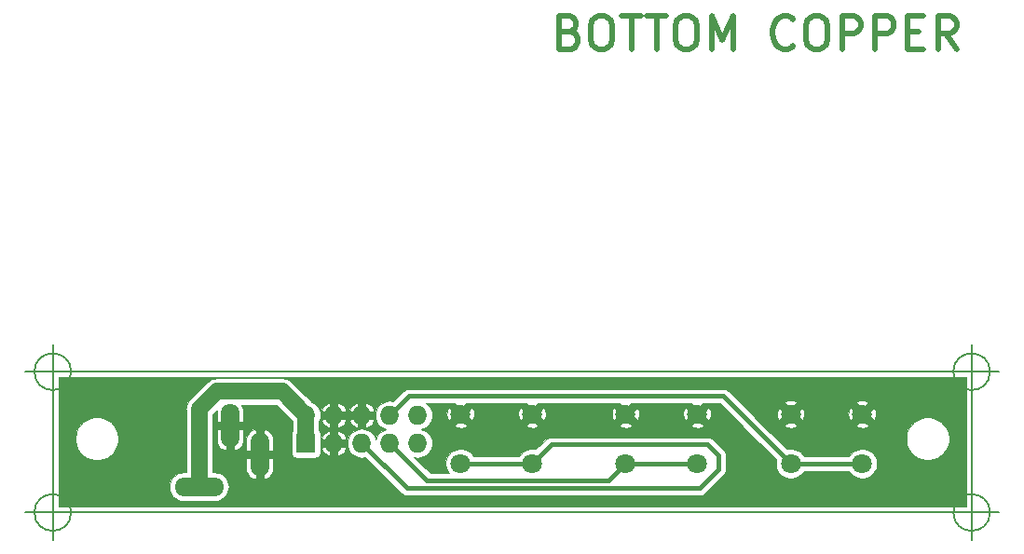
<source format=gbr>
G04 #@! TF.GenerationSoftware,KiCad,Pcbnew,(5.0.0)*
G04 #@! TF.CreationDate,2018-12-04T13:53:09-05:00*
G04 #@! TF.ProjectId,buttons_board,627574746F6E735F626F6172642E6B69,rev?*
G04 #@! TF.SameCoordinates,PX6c9f9e0PY6560260*
G04 #@! TF.FileFunction,Copper,L2,Bot,Signal*
G04 #@! TF.FilePolarity,Positive*
%FSLAX46Y46*%
G04 Gerber Fmt 4.6, Leading zero omitted, Abs format (unit mm)*
G04 Created by KiCad (PCBNEW (5.0.0)) date 12/04/18 13:53:09*
%MOMM*%
%LPD*%
G01*
G04 APERTURE LIST*
G04 #@! TA.AperFunction,NonConductor*
%ADD10C,0.500000*%
G04 #@! TD*
G04 #@! TA.AperFunction,NonConductor*
%ADD11C,0.150000*%
G04 #@! TD*
G04 #@! TA.AperFunction,ComponentPad*
%ADD12O,4.500000X1.700000*%
G04 #@! TD*
G04 #@! TA.AperFunction,ComponentPad*
%ADD13O,1.700000X4.000000*%
G04 #@! TD*
G04 #@! TA.AperFunction,ComponentPad*
%ADD14C,1.800000*%
G04 #@! TD*
G04 #@! TA.AperFunction,ComponentPad*
%ADD15R,1.727200X1.727200*%
G04 #@! TD*
G04 #@! TA.AperFunction,ComponentPad*
%ADD16O,1.727200X1.727200*%
G04 #@! TD*
G04 #@! TA.AperFunction,Conductor*
%ADD17C,1.500000*%
G04 #@! TD*
G04 #@! TA.AperFunction,Conductor*
%ADD18C,0.400000*%
G04 #@! TD*
G04 #@! TA.AperFunction,Conductor*
%ADD19C,0.100000*%
G04 #@! TD*
G04 APERTURE END LIST*
D10*
X47000000Y43714286D02*
X47428571Y43571429D01*
X47571428Y43428572D01*
X47714285Y43142858D01*
X47714285Y42714286D01*
X47571428Y42428572D01*
X47428571Y42285715D01*
X47142857Y42142858D01*
X46000000Y42142858D01*
X46000000Y45142858D01*
X47000000Y45142858D01*
X47285714Y45000000D01*
X47428571Y44857143D01*
X47571428Y44571429D01*
X47571428Y44285715D01*
X47428571Y44000000D01*
X47285714Y43857143D01*
X47000000Y43714286D01*
X46000000Y43714286D01*
X49571428Y45142858D02*
X50142857Y45142858D01*
X50428571Y45000000D01*
X50714285Y44714286D01*
X50857142Y44142858D01*
X50857142Y43142858D01*
X50714285Y42571429D01*
X50428571Y42285715D01*
X50142857Y42142858D01*
X49571428Y42142858D01*
X49285714Y42285715D01*
X49000000Y42571429D01*
X48857142Y43142858D01*
X48857142Y44142858D01*
X49000000Y44714286D01*
X49285714Y45000000D01*
X49571428Y45142858D01*
X51714285Y45142858D02*
X53428571Y45142858D01*
X52571428Y42142858D02*
X52571428Y45142858D01*
X54000000Y45142858D02*
X55714285Y45142858D01*
X54857142Y42142858D02*
X54857142Y45142858D01*
X57285714Y45142858D02*
X57857142Y45142858D01*
X58142857Y45000000D01*
X58428571Y44714286D01*
X58571428Y44142858D01*
X58571428Y43142858D01*
X58428571Y42571429D01*
X58142857Y42285715D01*
X57857142Y42142858D01*
X57285714Y42142858D01*
X57000000Y42285715D01*
X56714285Y42571429D01*
X56571428Y43142858D01*
X56571428Y44142858D01*
X56714285Y44714286D01*
X57000000Y45000000D01*
X57285714Y45142858D01*
X59857142Y42142858D02*
X59857142Y45142858D01*
X60857142Y43000000D01*
X61857142Y45142858D01*
X61857142Y42142858D01*
X67285714Y42428572D02*
X67142857Y42285715D01*
X66714285Y42142858D01*
X66428571Y42142858D01*
X66000000Y42285715D01*
X65714285Y42571429D01*
X65571428Y42857143D01*
X65428571Y43428572D01*
X65428571Y43857143D01*
X65571428Y44428572D01*
X65714285Y44714286D01*
X66000000Y45000000D01*
X66428571Y45142858D01*
X66714285Y45142858D01*
X67142857Y45000000D01*
X67285714Y44857143D01*
X69142857Y45142858D02*
X69714285Y45142858D01*
X70000000Y45000000D01*
X70285714Y44714286D01*
X70428571Y44142858D01*
X70428571Y43142858D01*
X70285714Y42571429D01*
X70000000Y42285715D01*
X69714285Y42142858D01*
X69142857Y42142858D01*
X68857142Y42285715D01*
X68571428Y42571429D01*
X68428571Y43142858D01*
X68428571Y44142858D01*
X68571428Y44714286D01*
X68857142Y45000000D01*
X69142857Y45142858D01*
X71714285Y42142858D02*
X71714285Y45142858D01*
X72857142Y45142858D01*
X73142857Y45000000D01*
X73285714Y44857143D01*
X73428571Y44571429D01*
X73428571Y44142858D01*
X73285714Y43857143D01*
X73142857Y43714286D01*
X72857142Y43571429D01*
X71714285Y43571429D01*
X74714285Y42142858D02*
X74714285Y45142858D01*
X75857142Y45142858D01*
X76142857Y45000000D01*
X76285714Y44857143D01*
X76428571Y44571429D01*
X76428571Y44142858D01*
X76285714Y43857143D01*
X76142857Y43714286D01*
X75857142Y43571429D01*
X74714285Y43571429D01*
X77714285Y43714286D02*
X78714285Y43714286D01*
X79142857Y42142858D02*
X77714285Y42142858D01*
X77714285Y45142858D01*
X79142857Y45142858D01*
X82142857Y42142858D02*
X81142857Y43571429D01*
X80428571Y42142858D02*
X80428571Y45142858D01*
X81571428Y45142858D01*
X81857142Y45000000D01*
X82000000Y44857143D01*
X82142857Y44571429D01*
X82142857Y44142858D01*
X82000000Y43857143D01*
X81857142Y43714286D01*
X81571428Y43571429D01*
X80428571Y43571429D01*
D11*
X1666666Y12800000D02*
G75*
G03X1666666Y12800000I-1666666J0D01*
G01*
X-2500000Y12800000D02*
X2500000Y12800000D01*
X0Y15300000D02*
X0Y10300000D01*
X85166666Y12800000D02*
G75*
G03X85166666Y12800000I-1666666J0D01*
G01*
X81000000Y12800000D02*
X86000000Y12800000D01*
X83500000Y15300000D02*
X83500000Y10300000D01*
X85166666Y0D02*
G75*
G03X85166666Y0I-1666666J0D01*
G01*
X81000000Y0D02*
X86000000Y0D01*
X83500000Y2500000D02*
X83500000Y-2500000D01*
X1666666Y0D02*
G75*
G03X1666666Y0I-1666666J0D01*
G01*
X-2500000Y0D02*
X2500000Y0D01*
X0Y2500000D02*
X0Y-2500000D01*
X0Y0D02*
X0Y6700000D01*
X0Y12800000D02*
X0Y10200000D01*
X20400000Y12800000D02*
X0Y12800000D01*
X83500000Y12800000D02*
X83500000Y6600000D01*
X83500000Y0D02*
X83500000Y6600000D01*
X20400000Y12800000D02*
X83500000Y12800000D01*
X12800000Y0D02*
X0Y0D01*
X12800000Y0D02*
X83500000Y0D01*
X0Y6700000D02*
X0Y10200000D01*
D12*
G04 #@! TO.P,CON1,1*
G04 #@! TO.N,Net-(CON1-Pad1)*
X13300000Y2350000D03*
D13*
G04 #@! TO.P,CON1,3*
G04 #@! TO.N,GND*
X16100000Y7900000D03*
G04 #@! TO.P,CON1,2*
X18800000Y5300000D03*
G04 #@! TD*
D14*
G04 #@! TO.P,SW1,1*
G04 #@! TO.N,Net-(P1-Pad8)*
X73550000Y4450000D03*
G04 #@! TO.P,SW1,2*
X67050000Y4450000D03*
G04 #@! TO.P,SW1,3*
G04 #@! TO.N,GND*
X73550000Y8950000D03*
G04 #@! TO.P,SW1,4*
X67050000Y8950000D03*
G04 #@! TD*
G04 #@! TO.P,SW2,1*
G04 #@! TO.N,Net-(P1-Pad7)*
X58550000Y4450000D03*
G04 #@! TO.P,SW2,2*
X52050000Y4450000D03*
G04 #@! TO.P,SW2,3*
G04 #@! TO.N,GND*
X58550000Y8950000D03*
G04 #@! TO.P,SW2,4*
X52050000Y8950000D03*
G04 #@! TD*
G04 #@! TO.P,SW3,1*
G04 #@! TO.N,Net-(P1-Pad5)*
X43550000Y4450000D03*
G04 #@! TO.P,SW3,2*
X37050000Y4450000D03*
G04 #@! TO.P,SW3,3*
G04 #@! TO.N,GND*
X43550000Y8950000D03*
G04 #@! TO.P,SW3,4*
X37050000Y8950000D03*
G04 #@! TD*
D15*
G04 #@! TO.P,P1,1*
G04 #@! TO.N,Net-(CON1-Pad1)*
X23000000Y6300000D03*
D16*
G04 #@! TO.P,P1,2*
X23000000Y8840000D03*
G04 #@! TO.P,P1,3*
G04 #@! TO.N,GND*
X25540000Y6300000D03*
G04 #@! TO.P,P1,4*
X25540000Y8840000D03*
G04 #@! TO.P,P1,5*
G04 #@! TO.N,Net-(P1-Pad5)*
X28080000Y6300000D03*
G04 #@! TO.P,P1,6*
G04 #@! TO.N,GND*
X28080000Y8840000D03*
G04 #@! TO.P,P1,7*
G04 #@! TO.N,Net-(P1-Pad7)*
X30620000Y6300000D03*
G04 #@! TO.P,P1,8*
G04 #@! TO.N,Net-(P1-Pad8)*
X30620000Y8840000D03*
G04 #@! TO.P,P1,9*
G04 #@! TO.N,Net-(P1-Pad9)*
X33160000Y6300000D03*
G04 #@! TO.P,P1,10*
G04 #@! TO.N,Net-(P1-Pad10)*
X33160000Y8840000D03*
G04 #@! TD*
D17*
G04 #@! TO.N,Net-(CON1-Pad1)*
X14900000Y11000000D02*
X20840000Y11000000D01*
X13300000Y9400000D02*
X14900000Y11000000D01*
X13300000Y2350000D02*
X13300000Y9400000D01*
X20840000Y11000000D02*
X23000000Y8840000D01*
X23000000Y8840000D02*
X23000000Y6300000D01*
D18*
G04 #@! TO.N,Net-(P1-Pad5)*
X28080000Y6300000D02*
X32180002Y2199998D01*
X33380002Y2199998D02*
X58799998Y2199998D01*
X58799998Y2199998D02*
X60500000Y3900000D01*
X60500000Y3900000D02*
X60500000Y5200000D01*
X60500000Y5200000D02*
X59500000Y6200000D01*
X59500000Y6200000D02*
X45300000Y6200000D01*
X45300000Y6200000D02*
X43550000Y4450000D01*
X32180002Y2199998D02*
X33380002Y2199998D01*
X43550000Y4450000D02*
X37050000Y4450000D01*
G04 #@! TO.N,Net-(P1-Pad7)*
X35220000Y2900000D02*
X34020000Y2900000D01*
X35220000Y2900000D02*
X50500000Y2900000D01*
X52050000Y4450000D02*
X50500000Y2900000D01*
X34020000Y2900000D02*
X30620000Y6300000D01*
X52050000Y4450000D02*
X58550000Y4450000D01*
G04 #@! TO.N,Net-(P1-Pad8)*
X33580000Y10600000D02*
X32380000Y10600000D01*
X33580000Y10600000D02*
X60900000Y10600000D01*
X60900000Y10600000D02*
X64000000Y7500000D01*
X67050000Y4450000D02*
X64000000Y7500000D01*
X32380000Y10600000D02*
X30620000Y8840000D01*
X67050000Y4450000D02*
X73550000Y4450000D01*
G04 #@! TD*
D19*
G04 #@! TO.N,GND*
G36*
X82975001Y6625788D02*
X82975000Y525000D01*
X525000Y525000D01*
X525000Y2350000D01*
X10593710Y2350000D01*
X10618810Y2095155D01*
X10693145Y1850104D01*
X10813860Y1624264D01*
X10976313Y1426313D01*
X11174264Y1263860D01*
X11400104Y1143145D01*
X11645155Y1068810D01*
X11836136Y1050000D01*
X14763864Y1050000D01*
X14954845Y1068810D01*
X15199896Y1143145D01*
X15425736Y1263860D01*
X15623687Y1426313D01*
X15786140Y1624264D01*
X15906855Y1850104D01*
X15981190Y2095155D01*
X16006290Y2350000D01*
X15981190Y2604845D01*
X15906855Y2849896D01*
X15786140Y3075736D01*
X15623687Y3273687D01*
X15425736Y3436140D01*
X15199896Y3556855D01*
X14954845Y3631190D01*
X14763864Y3650000D01*
X14500000Y3650000D01*
X14500000Y4950000D01*
X17600000Y4950000D01*
X17600000Y3800000D01*
X17691339Y3572617D01*
X17825283Y3367422D01*
X17996685Y3192301D01*
X18274750Y3071060D01*
X18450000Y3093990D01*
X18450000Y4950000D01*
X19150000Y4950000D01*
X19150000Y3093990D01*
X19325250Y3071060D01*
X19603315Y3192301D01*
X19774717Y3367422D01*
X19908661Y3572617D01*
X20000000Y3800000D01*
X20000000Y4950000D01*
X19150000Y4950000D01*
X18450000Y4950000D01*
X17600000Y4950000D01*
X14500000Y4950000D01*
X14500000Y7550000D01*
X14900000Y7550000D01*
X14900000Y6400000D01*
X14991339Y6172617D01*
X15125283Y5967422D01*
X15296685Y5792301D01*
X15574750Y5671060D01*
X15750000Y5693990D01*
X15750000Y7550000D01*
X16450000Y7550000D01*
X16450000Y5693990D01*
X16625250Y5671060D01*
X16903315Y5792301D01*
X17074717Y5967422D01*
X17208661Y6172617D01*
X17300000Y6400000D01*
X17300000Y6800000D01*
X17600000Y6800000D01*
X17600000Y5650000D01*
X18450000Y5650000D01*
X18450000Y7506010D01*
X19150000Y7506010D01*
X19150000Y5650000D01*
X20000000Y5650000D01*
X20000000Y6800000D01*
X19908661Y7027383D01*
X19774717Y7232578D01*
X19603315Y7407699D01*
X19325250Y7528940D01*
X19150000Y7506010D01*
X18450000Y7506010D01*
X18274750Y7528940D01*
X17996685Y7407699D01*
X17825283Y7232578D01*
X17691339Y7027383D01*
X17600000Y6800000D01*
X17300000Y6800000D01*
X17300000Y7550000D01*
X16450000Y7550000D01*
X15750000Y7550000D01*
X14900000Y7550000D01*
X14500000Y7550000D01*
X14500000Y8902944D01*
X14900000Y9302944D01*
X14900000Y8250000D01*
X15750000Y8250000D01*
X15750000Y8270000D01*
X16450000Y8270000D01*
X16450000Y8250000D01*
X17300000Y8250000D01*
X17300000Y9400000D01*
X17208661Y9627383D01*
X17095983Y9800000D01*
X20342944Y9800000D01*
X21768526Y8374418D01*
X21780521Y8334875D01*
X21800000Y8298432D01*
X21800001Y7463034D01*
X21760429Y7414816D01*
X21718643Y7336641D01*
X21692911Y7251815D01*
X21684223Y7163600D01*
X21684223Y5436400D01*
X21692911Y5348185D01*
X21718643Y5263359D01*
X21760429Y5185184D01*
X21816663Y5116663D01*
X21885184Y5060429D01*
X21963359Y5018643D01*
X22048185Y4992911D01*
X22136400Y4984223D01*
X23863600Y4984223D01*
X23951815Y4992911D01*
X24036641Y5018643D01*
X24114816Y5060429D01*
X24183337Y5116663D01*
X24239571Y5185184D01*
X24281357Y5263359D01*
X24307089Y5348185D01*
X24315777Y5436400D01*
X24315777Y5772524D01*
X24447007Y5772524D01*
X24570914Y5569427D01*
X24732062Y5394405D01*
X24924259Y5254185D01*
X25012527Y5207024D01*
X25190000Y5229672D01*
X25190000Y5950000D01*
X25890000Y5950000D01*
X25890000Y5229672D01*
X26067473Y5207024D01*
X26155741Y5254185D01*
X26347938Y5394405D01*
X26509086Y5569427D01*
X26632993Y5772524D01*
X26614552Y5950000D01*
X25890000Y5950000D01*
X25190000Y5950000D01*
X24465448Y5950000D01*
X24447007Y5772524D01*
X24315777Y5772524D01*
X24315777Y6300000D01*
X26760045Y6300000D01*
X26785408Y6042490D01*
X26860521Y5794875D01*
X26982498Y5566672D01*
X27146651Y5366651D01*
X27346672Y5202498D01*
X27574875Y5080521D01*
X27822490Y5005408D01*
X28015478Y4986400D01*
X28144522Y4986400D01*
X28337510Y5005408D01*
X28427926Y5032835D01*
X31697806Y1762955D01*
X31718159Y1738155D01*
X31742959Y1717802D01*
X31742961Y1717800D01*
X31788910Y1680091D01*
X31817134Y1656928D01*
X31930054Y1596571D01*
X32052580Y1559403D01*
X32148070Y1549998D01*
X32148080Y1549998D01*
X32180001Y1546854D01*
X32211922Y1549998D01*
X58768077Y1549998D01*
X58799998Y1546854D01*
X58831919Y1549998D01*
X58831930Y1549998D01*
X58927420Y1559403D01*
X59049946Y1596571D01*
X59162866Y1656928D01*
X59261841Y1738155D01*
X59282198Y1762960D01*
X60937039Y3417801D01*
X60961843Y3438157D01*
X61015409Y3503427D01*
X61043070Y3537131D01*
X61103427Y3650052D01*
X61103427Y3650053D01*
X61140595Y3772578D01*
X61150000Y3868068D01*
X61150000Y3868079D01*
X61153144Y3900000D01*
X61150000Y3931921D01*
X61150000Y5168076D01*
X61153144Y5200000D01*
X61150000Y5231924D01*
X61150000Y5231932D01*
X61140595Y5327422D01*
X61103427Y5449948D01*
X61043070Y5562868D01*
X61015409Y5596573D01*
X60982199Y5637040D01*
X60982196Y5637043D01*
X60961843Y5661843D01*
X60937043Y5682196D01*
X59982200Y6637038D01*
X59961843Y6661843D01*
X59862868Y6743070D01*
X59749948Y6803427D01*
X59627422Y6840595D01*
X59531932Y6850000D01*
X59531921Y6850000D01*
X59500000Y6853144D01*
X59468079Y6850000D01*
X45331924Y6850000D01*
X45300000Y6853144D01*
X45268076Y6850000D01*
X45268068Y6850000D01*
X45172578Y6840595D01*
X45050052Y6803427D01*
X44937132Y6743070D01*
X44838157Y6661843D01*
X44817800Y6637038D01*
X43931354Y5750592D01*
X43682963Y5800000D01*
X43417037Y5800000D01*
X43156220Y5748120D01*
X42910535Y5646354D01*
X42689425Y5498613D01*
X42501387Y5310575D01*
X42360685Y5100000D01*
X38239315Y5100000D01*
X38098613Y5310575D01*
X37910575Y5498613D01*
X37689465Y5646354D01*
X37443780Y5748120D01*
X37182963Y5800000D01*
X36917037Y5800000D01*
X36656220Y5748120D01*
X36410535Y5646354D01*
X36189425Y5498613D01*
X36001387Y5310575D01*
X35853646Y5089465D01*
X35751880Y4843780D01*
X35700000Y4582963D01*
X35700000Y4317037D01*
X35751880Y4056220D01*
X35853646Y3810535D01*
X36001387Y3589425D01*
X36040812Y3550000D01*
X34289239Y3550000D01*
X32803934Y5035305D01*
X32902490Y5005408D01*
X33095478Y4986400D01*
X33224522Y4986400D01*
X33417510Y5005408D01*
X33665125Y5080521D01*
X33893328Y5202498D01*
X34093349Y5366651D01*
X34257502Y5566672D01*
X34379479Y5794875D01*
X34454592Y6042490D01*
X34479955Y6300000D01*
X34454592Y6557510D01*
X34379479Y6805125D01*
X34257502Y7033328D01*
X34093349Y7233349D01*
X33893328Y7397502D01*
X33665125Y7519479D01*
X33498579Y7570000D01*
X33665125Y7620521D01*
X33893328Y7742498D01*
X34093349Y7906651D01*
X34099510Y7914159D01*
X36509133Y7914159D01*
X36624112Y7768359D01*
X36862822Y7707977D01*
X37108725Y7695325D01*
X37352372Y7730890D01*
X37475888Y7768359D01*
X37590867Y7914159D01*
X43009133Y7914159D01*
X43124112Y7768359D01*
X43362822Y7707977D01*
X43608725Y7695325D01*
X43852372Y7730890D01*
X43975888Y7768359D01*
X44090867Y7914159D01*
X51509133Y7914159D01*
X51624112Y7768359D01*
X51862822Y7707977D01*
X52108725Y7695325D01*
X52352372Y7730890D01*
X52475888Y7768359D01*
X52590867Y7914159D01*
X58009133Y7914159D01*
X58124112Y7768359D01*
X58362822Y7707977D01*
X58608725Y7695325D01*
X58852372Y7730890D01*
X58975888Y7768359D01*
X59090867Y7914159D01*
X58550000Y8455025D01*
X58009133Y7914159D01*
X52590867Y7914159D01*
X52050000Y8455025D01*
X51509133Y7914159D01*
X44090867Y7914159D01*
X43550000Y8455025D01*
X43009133Y7914159D01*
X37590867Y7914159D01*
X37050000Y8455025D01*
X36509133Y7914159D01*
X34099510Y7914159D01*
X34257502Y8106672D01*
X34379479Y8334875D01*
X34454592Y8582490D01*
X34479955Y8840000D01*
X34474905Y8891275D01*
X35795325Y8891275D01*
X35830890Y8647628D01*
X35868359Y8524112D01*
X36014159Y8409133D01*
X36555025Y8950000D01*
X37544975Y8950000D01*
X38085841Y8409133D01*
X38231641Y8524112D01*
X38292023Y8762822D01*
X38298632Y8891275D01*
X42295325Y8891275D01*
X42330890Y8647628D01*
X42368359Y8524112D01*
X42514159Y8409133D01*
X43055025Y8950000D01*
X44044975Y8950000D01*
X44585841Y8409133D01*
X44731641Y8524112D01*
X44792023Y8762822D01*
X44798632Y8891275D01*
X50795325Y8891275D01*
X50830890Y8647628D01*
X50868359Y8524112D01*
X51014159Y8409133D01*
X51555025Y8950000D01*
X52544975Y8950000D01*
X53085841Y8409133D01*
X53231641Y8524112D01*
X53292023Y8762822D01*
X53298632Y8891275D01*
X57295325Y8891275D01*
X57330890Y8647628D01*
X57368359Y8524112D01*
X57514159Y8409133D01*
X58055025Y8950000D01*
X59044975Y8950000D01*
X59585841Y8409133D01*
X59731641Y8524112D01*
X59792023Y8762822D01*
X59804675Y9008725D01*
X59769110Y9252372D01*
X59731641Y9375888D01*
X59585841Y9490867D01*
X59044975Y8950000D01*
X58055025Y8950000D01*
X57514159Y9490867D01*
X57368359Y9375888D01*
X57307977Y9137178D01*
X57295325Y8891275D01*
X53298632Y8891275D01*
X53304675Y9008725D01*
X53269110Y9252372D01*
X53231641Y9375888D01*
X53085841Y9490867D01*
X52544975Y8950000D01*
X51555025Y8950000D01*
X51014159Y9490867D01*
X50868359Y9375888D01*
X50807977Y9137178D01*
X50795325Y8891275D01*
X44798632Y8891275D01*
X44804675Y9008725D01*
X44769110Y9252372D01*
X44731641Y9375888D01*
X44585841Y9490867D01*
X44044975Y8950000D01*
X43055025Y8950000D01*
X42514159Y9490867D01*
X42368359Y9375888D01*
X42307977Y9137178D01*
X42295325Y8891275D01*
X38298632Y8891275D01*
X38304675Y9008725D01*
X38269110Y9252372D01*
X38231641Y9375888D01*
X38085841Y9490867D01*
X37544975Y8950000D01*
X36555025Y8950000D01*
X36014159Y9490867D01*
X35868359Y9375888D01*
X35807977Y9137178D01*
X35795325Y8891275D01*
X34474905Y8891275D01*
X34454592Y9097510D01*
X34379479Y9345125D01*
X34257502Y9573328D01*
X34093349Y9773349D01*
X33893328Y9937502D01*
X33869946Y9950000D01*
X36544974Y9950000D01*
X37050000Y9444975D01*
X37555026Y9950000D01*
X43044974Y9950000D01*
X43550000Y9444975D01*
X44055026Y9950000D01*
X51544974Y9950000D01*
X52050000Y9444975D01*
X52555026Y9950000D01*
X58044974Y9950000D01*
X58550000Y9444975D01*
X59055026Y9950000D01*
X60630762Y9950000D01*
X63562959Y7017802D01*
X65749408Y4831353D01*
X65700000Y4582963D01*
X65700000Y4317037D01*
X65751880Y4056220D01*
X65853646Y3810535D01*
X66001387Y3589425D01*
X66189425Y3401387D01*
X66410535Y3253646D01*
X66656220Y3151880D01*
X66917037Y3100000D01*
X67182963Y3100000D01*
X67443780Y3151880D01*
X67689465Y3253646D01*
X67910575Y3401387D01*
X68098613Y3589425D01*
X68239315Y3800000D01*
X72360685Y3800000D01*
X72501387Y3589425D01*
X72689425Y3401387D01*
X72910535Y3253646D01*
X73156220Y3151880D01*
X73417037Y3100000D01*
X73682963Y3100000D01*
X73943780Y3151880D01*
X74189465Y3253646D01*
X74410575Y3401387D01*
X74598613Y3589425D01*
X74746354Y3810535D01*
X74848120Y4056220D01*
X74900000Y4317037D01*
X74900000Y4582963D01*
X74848120Y4843780D01*
X74746354Y5089465D01*
X74598613Y5310575D01*
X74410575Y5498613D01*
X74189465Y5646354D01*
X73943780Y5748120D01*
X73682963Y5800000D01*
X73417037Y5800000D01*
X73156220Y5748120D01*
X72910535Y5646354D01*
X72689425Y5498613D01*
X72501387Y5310575D01*
X72360685Y5100000D01*
X68239315Y5100000D01*
X68098613Y5310575D01*
X67910575Y5498613D01*
X67689465Y5646354D01*
X67443780Y5748120D01*
X67182963Y5800000D01*
X66917037Y5800000D01*
X66668647Y5750592D01*
X65527181Y6892058D01*
X77550000Y6892058D01*
X77550000Y6507942D01*
X77624938Y6131206D01*
X77771933Y5776329D01*
X77985336Y5456948D01*
X78256948Y5185336D01*
X78576329Y4971933D01*
X78931206Y4824938D01*
X79307942Y4750000D01*
X79692058Y4750000D01*
X80068794Y4824938D01*
X80423671Y4971933D01*
X80743052Y5185336D01*
X81014664Y5456948D01*
X81228067Y5776329D01*
X81375062Y6131206D01*
X81450000Y6507942D01*
X81450000Y6892058D01*
X81375062Y7268794D01*
X81228067Y7623671D01*
X81014664Y7943052D01*
X80743052Y8214664D01*
X80423671Y8428067D01*
X80068794Y8575062D01*
X79692058Y8650000D01*
X79307942Y8650000D01*
X78931206Y8575062D01*
X78576329Y8428067D01*
X78256948Y8214664D01*
X77985336Y7943052D01*
X77771933Y7623671D01*
X77624938Y7268794D01*
X77550000Y6892058D01*
X65527181Y6892058D01*
X64505080Y7914159D01*
X66509133Y7914159D01*
X66624112Y7768359D01*
X66862822Y7707977D01*
X67108725Y7695325D01*
X67352372Y7730890D01*
X67475888Y7768359D01*
X67590867Y7914159D01*
X73009133Y7914159D01*
X73124112Y7768359D01*
X73362822Y7707977D01*
X73608725Y7695325D01*
X73852372Y7730890D01*
X73975888Y7768359D01*
X74090867Y7914159D01*
X73550000Y8455025D01*
X73009133Y7914159D01*
X67590867Y7914159D01*
X67050000Y8455025D01*
X66509133Y7914159D01*
X64505080Y7914159D01*
X64482198Y7937041D01*
X63527964Y8891275D01*
X65795325Y8891275D01*
X65830890Y8647628D01*
X65868359Y8524112D01*
X66014159Y8409133D01*
X66555025Y8950000D01*
X67544975Y8950000D01*
X68085841Y8409133D01*
X68231641Y8524112D01*
X68292023Y8762822D01*
X68298632Y8891275D01*
X72295325Y8891275D01*
X72330890Y8647628D01*
X72368359Y8524112D01*
X72514159Y8409133D01*
X73055025Y8950000D01*
X74044975Y8950000D01*
X74585841Y8409133D01*
X74731641Y8524112D01*
X74792023Y8762822D01*
X74804675Y9008725D01*
X74769110Y9252372D01*
X74731641Y9375888D01*
X74585841Y9490867D01*
X74044975Y8950000D01*
X73055025Y8950000D01*
X72514159Y9490867D01*
X72368359Y9375888D01*
X72307977Y9137178D01*
X72295325Y8891275D01*
X68298632Y8891275D01*
X68304675Y9008725D01*
X68269110Y9252372D01*
X68231641Y9375888D01*
X68085841Y9490867D01*
X67544975Y8950000D01*
X66555025Y8950000D01*
X66014159Y9490867D01*
X65868359Y9375888D01*
X65807977Y9137178D01*
X65795325Y8891275D01*
X63527964Y8891275D01*
X62433398Y9985841D01*
X66509133Y9985841D01*
X67050000Y9444975D01*
X67590867Y9985841D01*
X73009133Y9985841D01*
X73550000Y9444975D01*
X74090867Y9985841D01*
X73975888Y10131641D01*
X73737178Y10192023D01*
X73491275Y10204675D01*
X73247628Y10169110D01*
X73124112Y10131641D01*
X73009133Y9985841D01*
X67590867Y9985841D01*
X67475888Y10131641D01*
X67237178Y10192023D01*
X66991275Y10204675D01*
X66747628Y10169110D01*
X66624112Y10131641D01*
X66509133Y9985841D01*
X62433398Y9985841D01*
X61382200Y11037038D01*
X61361843Y11061843D01*
X61262868Y11143070D01*
X61149948Y11203427D01*
X61027422Y11240595D01*
X60931932Y11250000D01*
X60931921Y11250000D01*
X60900000Y11253144D01*
X60868079Y11250000D01*
X32411921Y11250000D01*
X32380000Y11253144D01*
X32348079Y11250000D01*
X32348068Y11250000D01*
X32252578Y11240595D01*
X32130052Y11203427D01*
X32017131Y11143070D01*
X31966240Y11101303D01*
X31918157Y11061843D01*
X31897800Y11037038D01*
X30967927Y10107165D01*
X30877510Y10134592D01*
X30684522Y10153600D01*
X30555478Y10153600D01*
X30362490Y10134592D01*
X30114875Y10059479D01*
X29886672Y9937502D01*
X29686651Y9773349D01*
X29522498Y9573328D01*
X29400521Y9345125D01*
X29325408Y9097510D01*
X29300045Y8840000D01*
X29325408Y8582490D01*
X29400521Y8334875D01*
X29522498Y8106672D01*
X29686651Y7906651D01*
X29886672Y7742498D01*
X30114875Y7620521D01*
X30281421Y7570000D01*
X30114875Y7519479D01*
X29886672Y7397502D01*
X29686651Y7233349D01*
X29522498Y7033328D01*
X29400521Y6805125D01*
X29350000Y6638579D01*
X29299479Y6805125D01*
X29177502Y7033328D01*
X29013349Y7233349D01*
X28813328Y7397502D01*
X28585125Y7519479D01*
X28337510Y7594592D01*
X28144522Y7613600D01*
X28015478Y7613600D01*
X27822490Y7594592D01*
X27574875Y7519479D01*
X27346672Y7397502D01*
X27146651Y7233349D01*
X26982498Y7033328D01*
X26860521Y6805125D01*
X26785408Y6557510D01*
X26760045Y6300000D01*
X24315777Y6300000D01*
X24315777Y6827476D01*
X24447007Y6827476D01*
X24465448Y6650000D01*
X25190000Y6650000D01*
X25190000Y7370328D01*
X25890000Y7370328D01*
X25890000Y6650000D01*
X26614552Y6650000D01*
X26632993Y6827476D01*
X26509086Y7030573D01*
X26347938Y7205595D01*
X26155741Y7345815D01*
X26067473Y7392976D01*
X25890000Y7370328D01*
X25190000Y7370328D01*
X25012527Y7392976D01*
X24924259Y7345815D01*
X24732062Y7205595D01*
X24570914Y7030573D01*
X24447007Y6827476D01*
X24315777Y6827476D01*
X24315777Y7163600D01*
X24307089Y7251815D01*
X24281357Y7336641D01*
X24239571Y7414816D01*
X24200000Y7463033D01*
X24200000Y8298432D01*
X24207532Y8312524D01*
X24447007Y8312524D01*
X24570914Y8109427D01*
X24732062Y7934405D01*
X24924259Y7794185D01*
X25012527Y7747024D01*
X25190000Y7769672D01*
X25190000Y8490000D01*
X25890000Y8490000D01*
X25890000Y7769672D01*
X26067473Y7747024D01*
X26155741Y7794185D01*
X26347938Y7934405D01*
X26509086Y8109427D01*
X26632993Y8312524D01*
X26987007Y8312524D01*
X27110914Y8109427D01*
X27272062Y7934405D01*
X27464259Y7794185D01*
X27552527Y7747024D01*
X27730000Y7769672D01*
X27730000Y8490000D01*
X28430000Y8490000D01*
X28430000Y7769672D01*
X28607473Y7747024D01*
X28695741Y7794185D01*
X28887938Y7934405D01*
X29049086Y8109427D01*
X29172993Y8312524D01*
X29154552Y8490000D01*
X28430000Y8490000D01*
X27730000Y8490000D01*
X27005448Y8490000D01*
X26987007Y8312524D01*
X26632993Y8312524D01*
X26614552Y8490000D01*
X25890000Y8490000D01*
X25190000Y8490000D01*
X24465448Y8490000D01*
X24447007Y8312524D01*
X24207532Y8312524D01*
X24219479Y8334875D01*
X24294592Y8582490D01*
X24319955Y8840000D01*
X24294592Y9097510D01*
X24219479Y9345125D01*
X24207533Y9367476D01*
X24447007Y9367476D01*
X24465448Y9190000D01*
X25190000Y9190000D01*
X25190000Y9910328D01*
X25890000Y9910328D01*
X25890000Y9190000D01*
X26614552Y9190000D01*
X26632993Y9367476D01*
X26987007Y9367476D01*
X27005448Y9190000D01*
X27730000Y9190000D01*
X27730000Y9910328D01*
X28430000Y9910328D01*
X28430000Y9190000D01*
X29154552Y9190000D01*
X29172993Y9367476D01*
X29049086Y9570573D01*
X28887938Y9745595D01*
X28695741Y9885815D01*
X28607473Y9932976D01*
X28430000Y9910328D01*
X27730000Y9910328D01*
X27552527Y9932976D01*
X27464259Y9885815D01*
X27272062Y9745595D01*
X27110914Y9570573D01*
X26987007Y9367476D01*
X26632993Y9367476D01*
X26509086Y9570573D01*
X26347938Y9745595D01*
X26155741Y9885815D01*
X26067473Y9932976D01*
X25890000Y9910328D01*
X25190000Y9910328D01*
X25012527Y9932976D01*
X24924259Y9885815D01*
X24732062Y9745595D01*
X24570914Y9570573D01*
X24447007Y9367476D01*
X24207533Y9367476D01*
X24097502Y9573328D01*
X23933349Y9773349D01*
X23733328Y9937502D01*
X23505125Y10059479D01*
X23465582Y10071474D01*
X21730216Y11806840D01*
X21692634Y11852634D01*
X21509910Y12002591D01*
X21301442Y12114019D01*
X21075241Y12182637D01*
X20898950Y12200000D01*
X20898947Y12200000D01*
X20840000Y12205806D01*
X20781053Y12200000D01*
X14958950Y12200000D01*
X14900000Y12205806D01*
X14841050Y12200000D01*
X14664759Y12182637D01*
X14438558Y12114019D01*
X14230090Y12002591D01*
X14047366Y11852634D01*
X14009784Y11806840D01*
X12493155Y10290211D01*
X12447367Y10252634D01*
X12409790Y10206846D01*
X12409788Y10206844D01*
X12297409Y10069910D01*
X12185981Y9861441D01*
X12159259Y9773349D01*
X12128655Y9672460D01*
X12117364Y9635240D01*
X12094194Y9400000D01*
X12100001Y9341043D01*
X12100000Y3650000D01*
X11836136Y3650000D01*
X11645155Y3631190D01*
X11400104Y3556855D01*
X11174264Y3436140D01*
X10976313Y3273687D01*
X10813860Y3075736D01*
X10693145Y2849896D01*
X10618810Y2604845D01*
X10593710Y2350000D01*
X525000Y2350000D01*
X525000Y6892058D01*
X2050000Y6892058D01*
X2050000Y6507942D01*
X2124938Y6131206D01*
X2271933Y5776329D01*
X2485336Y5456948D01*
X2756948Y5185336D01*
X3076329Y4971933D01*
X3431206Y4824938D01*
X3807942Y4750000D01*
X4192058Y4750000D01*
X4568794Y4824938D01*
X4923671Y4971933D01*
X5243052Y5185336D01*
X5514664Y5456948D01*
X5728067Y5776329D01*
X5875062Y6131206D01*
X5950000Y6507942D01*
X5950000Y6892058D01*
X5875062Y7268794D01*
X5728067Y7623671D01*
X5514664Y7943052D01*
X5243052Y8214664D01*
X4923671Y8428067D01*
X4568794Y8575062D01*
X4192058Y8650000D01*
X3807942Y8650000D01*
X3431206Y8575062D01*
X3076329Y8428067D01*
X2756948Y8214664D01*
X2485336Y7943052D01*
X2271933Y7623671D01*
X2124938Y7268794D01*
X2050000Y6892058D01*
X525000Y6892058D01*
X525000Y12275000D01*
X82975000Y12275000D01*
X82975001Y6625788D01*
X82975001Y6625788D01*
G37*
X82975001Y6625788D02*
X82975000Y525000D01*
X525000Y525000D01*
X525000Y2350000D01*
X10593710Y2350000D01*
X10618810Y2095155D01*
X10693145Y1850104D01*
X10813860Y1624264D01*
X10976313Y1426313D01*
X11174264Y1263860D01*
X11400104Y1143145D01*
X11645155Y1068810D01*
X11836136Y1050000D01*
X14763864Y1050000D01*
X14954845Y1068810D01*
X15199896Y1143145D01*
X15425736Y1263860D01*
X15623687Y1426313D01*
X15786140Y1624264D01*
X15906855Y1850104D01*
X15981190Y2095155D01*
X16006290Y2350000D01*
X15981190Y2604845D01*
X15906855Y2849896D01*
X15786140Y3075736D01*
X15623687Y3273687D01*
X15425736Y3436140D01*
X15199896Y3556855D01*
X14954845Y3631190D01*
X14763864Y3650000D01*
X14500000Y3650000D01*
X14500000Y4950000D01*
X17600000Y4950000D01*
X17600000Y3800000D01*
X17691339Y3572617D01*
X17825283Y3367422D01*
X17996685Y3192301D01*
X18274750Y3071060D01*
X18450000Y3093990D01*
X18450000Y4950000D01*
X19150000Y4950000D01*
X19150000Y3093990D01*
X19325250Y3071060D01*
X19603315Y3192301D01*
X19774717Y3367422D01*
X19908661Y3572617D01*
X20000000Y3800000D01*
X20000000Y4950000D01*
X19150000Y4950000D01*
X18450000Y4950000D01*
X17600000Y4950000D01*
X14500000Y4950000D01*
X14500000Y7550000D01*
X14900000Y7550000D01*
X14900000Y6400000D01*
X14991339Y6172617D01*
X15125283Y5967422D01*
X15296685Y5792301D01*
X15574750Y5671060D01*
X15750000Y5693990D01*
X15750000Y7550000D01*
X16450000Y7550000D01*
X16450000Y5693990D01*
X16625250Y5671060D01*
X16903315Y5792301D01*
X17074717Y5967422D01*
X17208661Y6172617D01*
X17300000Y6400000D01*
X17300000Y6800000D01*
X17600000Y6800000D01*
X17600000Y5650000D01*
X18450000Y5650000D01*
X18450000Y7506010D01*
X19150000Y7506010D01*
X19150000Y5650000D01*
X20000000Y5650000D01*
X20000000Y6800000D01*
X19908661Y7027383D01*
X19774717Y7232578D01*
X19603315Y7407699D01*
X19325250Y7528940D01*
X19150000Y7506010D01*
X18450000Y7506010D01*
X18274750Y7528940D01*
X17996685Y7407699D01*
X17825283Y7232578D01*
X17691339Y7027383D01*
X17600000Y6800000D01*
X17300000Y6800000D01*
X17300000Y7550000D01*
X16450000Y7550000D01*
X15750000Y7550000D01*
X14900000Y7550000D01*
X14500000Y7550000D01*
X14500000Y8902944D01*
X14900000Y9302944D01*
X14900000Y8250000D01*
X15750000Y8250000D01*
X15750000Y8270000D01*
X16450000Y8270000D01*
X16450000Y8250000D01*
X17300000Y8250000D01*
X17300000Y9400000D01*
X17208661Y9627383D01*
X17095983Y9800000D01*
X20342944Y9800000D01*
X21768526Y8374418D01*
X21780521Y8334875D01*
X21800000Y8298432D01*
X21800001Y7463034D01*
X21760429Y7414816D01*
X21718643Y7336641D01*
X21692911Y7251815D01*
X21684223Y7163600D01*
X21684223Y5436400D01*
X21692911Y5348185D01*
X21718643Y5263359D01*
X21760429Y5185184D01*
X21816663Y5116663D01*
X21885184Y5060429D01*
X21963359Y5018643D01*
X22048185Y4992911D01*
X22136400Y4984223D01*
X23863600Y4984223D01*
X23951815Y4992911D01*
X24036641Y5018643D01*
X24114816Y5060429D01*
X24183337Y5116663D01*
X24239571Y5185184D01*
X24281357Y5263359D01*
X24307089Y5348185D01*
X24315777Y5436400D01*
X24315777Y5772524D01*
X24447007Y5772524D01*
X24570914Y5569427D01*
X24732062Y5394405D01*
X24924259Y5254185D01*
X25012527Y5207024D01*
X25190000Y5229672D01*
X25190000Y5950000D01*
X25890000Y5950000D01*
X25890000Y5229672D01*
X26067473Y5207024D01*
X26155741Y5254185D01*
X26347938Y5394405D01*
X26509086Y5569427D01*
X26632993Y5772524D01*
X26614552Y5950000D01*
X25890000Y5950000D01*
X25190000Y5950000D01*
X24465448Y5950000D01*
X24447007Y5772524D01*
X24315777Y5772524D01*
X24315777Y6300000D01*
X26760045Y6300000D01*
X26785408Y6042490D01*
X26860521Y5794875D01*
X26982498Y5566672D01*
X27146651Y5366651D01*
X27346672Y5202498D01*
X27574875Y5080521D01*
X27822490Y5005408D01*
X28015478Y4986400D01*
X28144522Y4986400D01*
X28337510Y5005408D01*
X28427926Y5032835D01*
X31697806Y1762955D01*
X31718159Y1738155D01*
X31742959Y1717802D01*
X31742961Y1717800D01*
X31788910Y1680091D01*
X31817134Y1656928D01*
X31930054Y1596571D01*
X32052580Y1559403D01*
X32148070Y1549998D01*
X32148080Y1549998D01*
X32180001Y1546854D01*
X32211922Y1549998D01*
X58768077Y1549998D01*
X58799998Y1546854D01*
X58831919Y1549998D01*
X58831930Y1549998D01*
X58927420Y1559403D01*
X59049946Y1596571D01*
X59162866Y1656928D01*
X59261841Y1738155D01*
X59282198Y1762960D01*
X60937039Y3417801D01*
X60961843Y3438157D01*
X61015409Y3503427D01*
X61043070Y3537131D01*
X61103427Y3650052D01*
X61103427Y3650053D01*
X61140595Y3772578D01*
X61150000Y3868068D01*
X61150000Y3868079D01*
X61153144Y3900000D01*
X61150000Y3931921D01*
X61150000Y5168076D01*
X61153144Y5200000D01*
X61150000Y5231924D01*
X61150000Y5231932D01*
X61140595Y5327422D01*
X61103427Y5449948D01*
X61043070Y5562868D01*
X61015409Y5596573D01*
X60982199Y5637040D01*
X60982196Y5637043D01*
X60961843Y5661843D01*
X60937043Y5682196D01*
X59982200Y6637038D01*
X59961843Y6661843D01*
X59862868Y6743070D01*
X59749948Y6803427D01*
X59627422Y6840595D01*
X59531932Y6850000D01*
X59531921Y6850000D01*
X59500000Y6853144D01*
X59468079Y6850000D01*
X45331924Y6850000D01*
X45300000Y6853144D01*
X45268076Y6850000D01*
X45268068Y6850000D01*
X45172578Y6840595D01*
X45050052Y6803427D01*
X44937132Y6743070D01*
X44838157Y6661843D01*
X44817800Y6637038D01*
X43931354Y5750592D01*
X43682963Y5800000D01*
X43417037Y5800000D01*
X43156220Y5748120D01*
X42910535Y5646354D01*
X42689425Y5498613D01*
X42501387Y5310575D01*
X42360685Y5100000D01*
X38239315Y5100000D01*
X38098613Y5310575D01*
X37910575Y5498613D01*
X37689465Y5646354D01*
X37443780Y5748120D01*
X37182963Y5800000D01*
X36917037Y5800000D01*
X36656220Y5748120D01*
X36410535Y5646354D01*
X36189425Y5498613D01*
X36001387Y5310575D01*
X35853646Y5089465D01*
X35751880Y4843780D01*
X35700000Y4582963D01*
X35700000Y4317037D01*
X35751880Y4056220D01*
X35853646Y3810535D01*
X36001387Y3589425D01*
X36040812Y3550000D01*
X34289239Y3550000D01*
X32803934Y5035305D01*
X32902490Y5005408D01*
X33095478Y4986400D01*
X33224522Y4986400D01*
X33417510Y5005408D01*
X33665125Y5080521D01*
X33893328Y5202498D01*
X34093349Y5366651D01*
X34257502Y5566672D01*
X34379479Y5794875D01*
X34454592Y6042490D01*
X34479955Y6300000D01*
X34454592Y6557510D01*
X34379479Y6805125D01*
X34257502Y7033328D01*
X34093349Y7233349D01*
X33893328Y7397502D01*
X33665125Y7519479D01*
X33498579Y7570000D01*
X33665125Y7620521D01*
X33893328Y7742498D01*
X34093349Y7906651D01*
X34099510Y7914159D01*
X36509133Y7914159D01*
X36624112Y7768359D01*
X36862822Y7707977D01*
X37108725Y7695325D01*
X37352372Y7730890D01*
X37475888Y7768359D01*
X37590867Y7914159D01*
X43009133Y7914159D01*
X43124112Y7768359D01*
X43362822Y7707977D01*
X43608725Y7695325D01*
X43852372Y7730890D01*
X43975888Y7768359D01*
X44090867Y7914159D01*
X51509133Y7914159D01*
X51624112Y7768359D01*
X51862822Y7707977D01*
X52108725Y7695325D01*
X52352372Y7730890D01*
X52475888Y7768359D01*
X52590867Y7914159D01*
X58009133Y7914159D01*
X58124112Y7768359D01*
X58362822Y7707977D01*
X58608725Y7695325D01*
X58852372Y7730890D01*
X58975888Y7768359D01*
X59090867Y7914159D01*
X58550000Y8455025D01*
X58009133Y7914159D01*
X52590867Y7914159D01*
X52050000Y8455025D01*
X51509133Y7914159D01*
X44090867Y7914159D01*
X43550000Y8455025D01*
X43009133Y7914159D01*
X37590867Y7914159D01*
X37050000Y8455025D01*
X36509133Y7914159D01*
X34099510Y7914159D01*
X34257502Y8106672D01*
X34379479Y8334875D01*
X34454592Y8582490D01*
X34479955Y8840000D01*
X34474905Y8891275D01*
X35795325Y8891275D01*
X35830890Y8647628D01*
X35868359Y8524112D01*
X36014159Y8409133D01*
X36555025Y8950000D01*
X37544975Y8950000D01*
X38085841Y8409133D01*
X38231641Y8524112D01*
X38292023Y8762822D01*
X38298632Y8891275D01*
X42295325Y8891275D01*
X42330890Y8647628D01*
X42368359Y8524112D01*
X42514159Y8409133D01*
X43055025Y8950000D01*
X44044975Y8950000D01*
X44585841Y8409133D01*
X44731641Y8524112D01*
X44792023Y8762822D01*
X44798632Y8891275D01*
X50795325Y8891275D01*
X50830890Y8647628D01*
X50868359Y8524112D01*
X51014159Y8409133D01*
X51555025Y8950000D01*
X52544975Y8950000D01*
X53085841Y8409133D01*
X53231641Y8524112D01*
X53292023Y8762822D01*
X53298632Y8891275D01*
X57295325Y8891275D01*
X57330890Y8647628D01*
X57368359Y8524112D01*
X57514159Y8409133D01*
X58055025Y8950000D01*
X59044975Y8950000D01*
X59585841Y8409133D01*
X59731641Y8524112D01*
X59792023Y8762822D01*
X59804675Y9008725D01*
X59769110Y9252372D01*
X59731641Y9375888D01*
X59585841Y9490867D01*
X59044975Y8950000D01*
X58055025Y8950000D01*
X57514159Y9490867D01*
X57368359Y9375888D01*
X57307977Y9137178D01*
X57295325Y8891275D01*
X53298632Y8891275D01*
X53304675Y9008725D01*
X53269110Y9252372D01*
X53231641Y9375888D01*
X53085841Y9490867D01*
X52544975Y8950000D01*
X51555025Y8950000D01*
X51014159Y9490867D01*
X50868359Y9375888D01*
X50807977Y9137178D01*
X50795325Y8891275D01*
X44798632Y8891275D01*
X44804675Y9008725D01*
X44769110Y9252372D01*
X44731641Y9375888D01*
X44585841Y9490867D01*
X44044975Y8950000D01*
X43055025Y8950000D01*
X42514159Y9490867D01*
X42368359Y9375888D01*
X42307977Y9137178D01*
X42295325Y8891275D01*
X38298632Y8891275D01*
X38304675Y9008725D01*
X38269110Y9252372D01*
X38231641Y9375888D01*
X38085841Y9490867D01*
X37544975Y8950000D01*
X36555025Y8950000D01*
X36014159Y9490867D01*
X35868359Y9375888D01*
X35807977Y9137178D01*
X35795325Y8891275D01*
X34474905Y8891275D01*
X34454592Y9097510D01*
X34379479Y9345125D01*
X34257502Y9573328D01*
X34093349Y9773349D01*
X33893328Y9937502D01*
X33869946Y9950000D01*
X36544974Y9950000D01*
X37050000Y9444975D01*
X37555026Y9950000D01*
X43044974Y9950000D01*
X43550000Y9444975D01*
X44055026Y9950000D01*
X51544974Y9950000D01*
X52050000Y9444975D01*
X52555026Y9950000D01*
X58044974Y9950000D01*
X58550000Y9444975D01*
X59055026Y9950000D01*
X60630762Y9950000D01*
X63562959Y7017802D01*
X65749408Y4831353D01*
X65700000Y4582963D01*
X65700000Y4317037D01*
X65751880Y4056220D01*
X65853646Y3810535D01*
X66001387Y3589425D01*
X66189425Y3401387D01*
X66410535Y3253646D01*
X66656220Y3151880D01*
X66917037Y3100000D01*
X67182963Y3100000D01*
X67443780Y3151880D01*
X67689465Y3253646D01*
X67910575Y3401387D01*
X68098613Y3589425D01*
X68239315Y3800000D01*
X72360685Y3800000D01*
X72501387Y3589425D01*
X72689425Y3401387D01*
X72910535Y3253646D01*
X73156220Y3151880D01*
X73417037Y3100000D01*
X73682963Y3100000D01*
X73943780Y3151880D01*
X74189465Y3253646D01*
X74410575Y3401387D01*
X74598613Y3589425D01*
X74746354Y3810535D01*
X74848120Y4056220D01*
X74900000Y4317037D01*
X74900000Y4582963D01*
X74848120Y4843780D01*
X74746354Y5089465D01*
X74598613Y5310575D01*
X74410575Y5498613D01*
X74189465Y5646354D01*
X73943780Y5748120D01*
X73682963Y5800000D01*
X73417037Y5800000D01*
X73156220Y5748120D01*
X72910535Y5646354D01*
X72689425Y5498613D01*
X72501387Y5310575D01*
X72360685Y5100000D01*
X68239315Y5100000D01*
X68098613Y5310575D01*
X67910575Y5498613D01*
X67689465Y5646354D01*
X67443780Y5748120D01*
X67182963Y5800000D01*
X66917037Y5800000D01*
X66668647Y5750592D01*
X65527181Y6892058D01*
X77550000Y6892058D01*
X77550000Y6507942D01*
X77624938Y6131206D01*
X77771933Y5776329D01*
X77985336Y5456948D01*
X78256948Y5185336D01*
X78576329Y4971933D01*
X78931206Y4824938D01*
X79307942Y4750000D01*
X79692058Y4750000D01*
X80068794Y4824938D01*
X80423671Y4971933D01*
X80743052Y5185336D01*
X81014664Y5456948D01*
X81228067Y5776329D01*
X81375062Y6131206D01*
X81450000Y6507942D01*
X81450000Y6892058D01*
X81375062Y7268794D01*
X81228067Y7623671D01*
X81014664Y7943052D01*
X80743052Y8214664D01*
X80423671Y8428067D01*
X80068794Y8575062D01*
X79692058Y8650000D01*
X79307942Y8650000D01*
X78931206Y8575062D01*
X78576329Y8428067D01*
X78256948Y8214664D01*
X77985336Y7943052D01*
X77771933Y7623671D01*
X77624938Y7268794D01*
X77550000Y6892058D01*
X65527181Y6892058D01*
X64505080Y7914159D01*
X66509133Y7914159D01*
X66624112Y7768359D01*
X66862822Y7707977D01*
X67108725Y7695325D01*
X67352372Y7730890D01*
X67475888Y7768359D01*
X67590867Y7914159D01*
X73009133Y7914159D01*
X73124112Y7768359D01*
X73362822Y7707977D01*
X73608725Y7695325D01*
X73852372Y7730890D01*
X73975888Y7768359D01*
X74090867Y7914159D01*
X73550000Y8455025D01*
X73009133Y7914159D01*
X67590867Y7914159D01*
X67050000Y8455025D01*
X66509133Y7914159D01*
X64505080Y7914159D01*
X64482198Y7937041D01*
X63527964Y8891275D01*
X65795325Y8891275D01*
X65830890Y8647628D01*
X65868359Y8524112D01*
X66014159Y8409133D01*
X66555025Y8950000D01*
X67544975Y8950000D01*
X68085841Y8409133D01*
X68231641Y8524112D01*
X68292023Y8762822D01*
X68298632Y8891275D01*
X72295325Y8891275D01*
X72330890Y8647628D01*
X72368359Y8524112D01*
X72514159Y8409133D01*
X73055025Y8950000D01*
X74044975Y8950000D01*
X74585841Y8409133D01*
X74731641Y8524112D01*
X74792023Y8762822D01*
X74804675Y9008725D01*
X74769110Y9252372D01*
X74731641Y9375888D01*
X74585841Y9490867D01*
X74044975Y8950000D01*
X73055025Y8950000D01*
X72514159Y9490867D01*
X72368359Y9375888D01*
X72307977Y9137178D01*
X72295325Y8891275D01*
X68298632Y8891275D01*
X68304675Y9008725D01*
X68269110Y9252372D01*
X68231641Y9375888D01*
X68085841Y9490867D01*
X67544975Y8950000D01*
X66555025Y8950000D01*
X66014159Y9490867D01*
X65868359Y9375888D01*
X65807977Y9137178D01*
X65795325Y8891275D01*
X63527964Y8891275D01*
X62433398Y9985841D01*
X66509133Y9985841D01*
X67050000Y9444975D01*
X67590867Y9985841D01*
X73009133Y9985841D01*
X73550000Y9444975D01*
X74090867Y9985841D01*
X73975888Y10131641D01*
X73737178Y10192023D01*
X73491275Y10204675D01*
X73247628Y10169110D01*
X73124112Y10131641D01*
X73009133Y9985841D01*
X67590867Y9985841D01*
X67475888Y10131641D01*
X67237178Y10192023D01*
X66991275Y10204675D01*
X66747628Y10169110D01*
X66624112Y10131641D01*
X66509133Y9985841D01*
X62433398Y9985841D01*
X61382200Y11037038D01*
X61361843Y11061843D01*
X61262868Y11143070D01*
X61149948Y11203427D01*
X61027422Y11240595D01*
X60931932Y11250000D01*
X60931921Y11250000D01*
X60900000Y11253144D01*
X60868079Y11250000D01*
X32411921Y11250000D01*
X32380000Y11253144D01*
X32348079Y11250000D01*
X32348068Y11250000D01*
X32252578Y11240595D01*
X32130052Y11203427D01*
X32017131Y11143070D01*
X31966240Y11101303D01*
X31918157Y11061843D01*
X31897800Y11037038D01*
X30967927Y10107165D01*
X30877510Y10134592D01*
X30684522Y10153600D01*
X30555478Y10153600D01*
X30362490Y10134592D01*
X30114875Y10059479D01*
X29886672Y9937502D01*
X29686651Y9773349D01*
X29522498Y9573328D01*
X29400521Y9345125D01*
X29325408Y9097510D01*
X29300045Y8840000D01*
X29325408Y8582490D01*
X29400521Y8334875D01*
X29522498Y8106672D01*
X29686651Y7906651D01*
X29886672Y7742498D01*
X30114875Y7620521D01*
X30281421Y7570000D01*
X30114875Y7519479D01*
X29886672Y7397502D01*
X29686651Y7233349D01*
X29522498Y7033328D01*
X29400521Y6805125D01*
X29350000Y6638579D01*
X29299479Y6805125D01*
X29177502Y7033328D01*
X29013349Y7233349D01*
X28813328Y7397502D01*
X28585125Y7519479D01*
X28337510Y7594592D01*
X28144522Y7613600D01*
X28015478Y7613600D01*
X27822490Y7594592D01*
X27574875Y7519479D01*
X27346672Y7397502D01*
X27146651Y7233349D01*
X26982498Y7033328D01*
X26860521Y6805125D01*
X26785408Y6557510D01*
X26760045Y6300000D01*
X24315777Y6300000D01*
X24315777Y6827476D01*
X24447007Y6827476D01*
X24465448Y6650000D01*
X25190000Y6650000D01*
X25190000Y7370328D01*
X25890000Y7370328D01*
X25890000Y6650000D01*
X26614552Y6650000D01*
X26632993Y6827476D01*
X26509086Y7030573D01*
X26347938Y7205595D01*
X26155741Y7345815D01*
X26067473Y7392976D01*
X25890000Y7370328D01*
X25190000Y7370328D01*
X25012527Y7392976D01*
X24924259Y7345815D01*
X24732062Y7205595D01*
X24570914Y7030573D01*
X24447007Y6827476D01*
X24315777Y6827476D01*
X24315777Y7163600D01*
X24307089Y7251815D01*
X24281357Y7336641D01*
X24239571Y7414816D01*
X24200000Y7463033D01*
X24200000Y8298432D01*
X24207532Y8312524D01*
X24447007Y8312524D01*
X24570914Y8109427D01*
X24732062Y7934405D01*
X24924259Y7794185D01*
X25012527Y7747024D01*
X25190000Y7769672D01*
X25190000Y8490000D01*
X25890000Y8490000D01*
X25890000Y7769672D01*
X26067473Y7747024D01*
X26155741Y7794185D01*
X26347938Y7934405D01*
X26509086Y8109427D01*
X26632993Y8312524D01*
X26987007Y8312524D01*
X27110914Y8109427D01*
X27272062Y7934405D01*
X27464259Y7794185D01*
X27552527Y7747024D01*
X27730000Y7769672D01*
X27730000Y8490000D01*
X28430000Y8490000D01*
X28430000Y7769672D01*
X28607473Y7747024D01*
X28695741Y7794185D01*
X28887938Y7934405D01*
X29049086Y8109427D01*
X29172993Y8312524D01*
X29154552Y8490000D01*
X28430000Y8490000D01*
X27730000Y8490000D01*
X27005448Y8490000D01*
X26987007Y8312524D01*
X26632993Y8312524D01*
X26614552Y8490000D01*
X25890000Y8490000D01*
X25190000Y8490000D01*
X24465448Y8490000D01*
X24447007Y8312524D01*
X24207532Y8312524D01*
X24219479Y8334875D01*
X24294592Y8582490D01*
X24319955Y8840000D01*
X24294592Y9097510D01*
X24219479Y9345125D01*
X24207533Y9367476D01*
X24447007Y9367476D01*
X24465448Y9190000D01*
X25190000Y9190000D01*
X25190000Y9910328D01*
X25890000Y9910328D01*
X25890000Y9190000D01*
X26614552Y9190000D01*
X26632993Y9367476D01*
X26987007Y9367476D01*
X27005448Y9190000D01*
X27730000Y9190000D01*
X27730000Y9910328D01*
X28430000Y9910328D01*
X28430000Y9190000D01*
X29154552Y9190000D01*
X29172993Y9367476D01*
X29049086Y9570573D01*
X28887938Y9745595D01*
X28695741Y9885815D01*
X28607473Y9932976D01*
X28430000Y9910328D01*
X27730000Y9910328D01*
X27552527Y9932976D01*
X27464259Y9885815D01*
X27272062Y9745595D01*
X27110914Y9570573D01*
X26987007Y9367476D01*
X26632993Y9367476D01*
X26509086Y9570573D01*
X26347938Y9745595D01*
X26155741Y9885815D01*
X26067473Y9932976D01*
X25890000Y9910328D01*
X25190000Y9910328D01*
X25012527Y9932976D01*
X24924259Y9885815D01*
X24732062Y9745595D01*
X24570914Y9570573D01*
X24447007Y9367476D01*
X24207533Y9367476D01*
X24097502Y9573328D01*
X23933349Y9773349D01*
X23733328Y9937502D01*
X23505125Y10059479D01*
X23465582Y10071474D01*
X21730216Y11806840D01*
X21692634Y11852634D01*
X21509910Y12002591D01*
X21301442Y12114019D01*
X21075241Y12182637D01*
X20898950Y12200000D01*
X20898947Y12200000D01*
X20840000Y12205806D01*
X20781053Y12200000D01*
X14958950Y12200000D01*
X14900000Y12205806D01*
X14841050Y12200000D01*
X14664759Y12182637D01*
X14438558Y12114019D01*
X14230090Y12002591D01*
X14047366Y11852634D01*
X14009784Y11806840D01*
X12493155Y10290211D01*
X12447367Y10252634D01*
X12409790Y10206846D01*
X12409788Y10206844D01*
X12297409Y10069910D01*
X12185981Y9861441D01*
X12159259Y9773349D01*
X12128655Y9672460D01*
X12117364Y9635240D01*
X12094194Y9400000D01*
X12100001Y9341043D01*
X12100000Y3650000D01*
X11836136Y3650000D01*
X11645155Y3631190D01*
X11400104Y3556855D01*
X11174264Y3436140D01*
X10976313Y3273687D01*
X10813860Y3075736D01*
X10693145Y2849896D01*
X10618810Y2604845D01*
X10593710Y2350000D01*
X525000Y2350000D01*
X525000Y6892058D01*
X2050000Y6892058D01*
X2050000Y6507942D01*
X2124938Y6131206D01*
X2271933Y5776329D01*
X2485336Y5456948D01*
X2756948Y5185336D01*
X3076329Y4971933D01*
X3431206Y4824938D01*
X3807942Y4750000D01*
X4192058Y4750000D01*
X4568794Y4824938D01*
X4923671Y4971933D01*
X5243052Y5185336D01*
X5514664Y5456948D01*
X5728067Y5776329D01*
X5875062Y6131206D01*
X5950000Y6507942D01*
X5950000Y6892058D01*
X5875062Y7268794D01*
X5728067Y7623671D01*
X5514664Y7943052D01*
X5243052Y8214664D01*
X4923671Y8428067D01*
X4568794Y8575062D01*
X4192058Y8650000D01*
X3807942Y8650000D01*
X3431206Y8575062D01*
X3076329Y8428067D01*
X2756948Y8214664D01*
X2485336Y7943052D01*
X2271933Y7623671D01*
X2124938Y7268794D01*
X2050000Y6892058D01*
X525000Y6892058D01*
X525000Y12275000D01*
X82975000Y12275000D01*
X82975001Y6625788D01*
G04 #@! TD*
M02*

</source>
